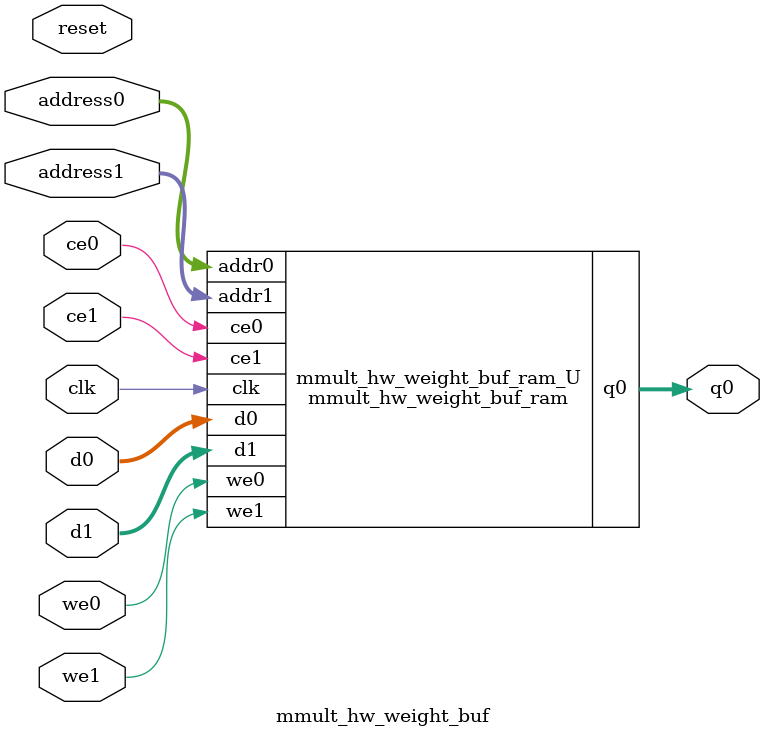
<source format=v>

`timescale 1 ns / 1 ps
module mmult_hw_weight_buf_ram (addr0, ce0, d0, we0, q0, addr1, ce1, d1, we1,  clk);

parameter DWIDTH = 32;
parameter AWIDTH = 12;
parameter MEM_SIZE = 2560;

input[AWIDTH-1:0] addr0;
input ce0;
input[DWIDTH-1:0] d0;
input we0;
output reg[DWIDTH-1:0] q0;
input[AWIDTH-1:0] addr1;
input ce1;
input[DWIDTH-1:0] d1;
input we1;
input clk;

(* ram_style = "block" *)reg [DWIDTH-1:0] ram[0:MEM_SIZE-1];




always @(posedge clk)  
begin 
    if (ce0) 
    begin
        if (we0) 
        begin 
            ram[addr0] <= d0; 
            q0 <= d0;
        end 
        else 
            q0 <= ram[addr0];
    end
end


always @(posedge clk)  
begin 
    if (ce1) 
    begin
        if (we1) 
        begin 
            ram[addr1] <= d1; 
        end 
    end
end


endmodule


`timescale 1 ns / 1 ps
module mmult_hw_weight_buf(
    reset,
    clk,
    address0,
    ce0,
    we0,
    d0,
    q0,
    address1,
    ce1,
    we1,
    d1);

parameter DataWidth = 32'd32;
parameter AddressRange = 32'd2560;
parameter AddressWidth = 32'd12;
input reset;
input clk;
input[AddressWidth - 1:0] address0;
input ce0;
input we0;
input[DataWidth - 1:0] d0;
output[DataWidth - 1:0] q0;
input[AddressWidth - 1:0] address1;
input ce1;
input we1;
input[DataWidth - 1:0] d1;



mmult_hw_weight_buf_ram mmult_hw_weight_buf_ram_U(
    .clk( clk ),
    .addr0( address0 ),
    .ce0( ce0 ),
    .d0( d0 ),
    .we0( we0 ),
    .q0( q0 ),
    .addr1( address1 ),
    .ce1( ce1 ),
    .d1( d1 ),
    .we1( we1 ));

endmodule


</source>
